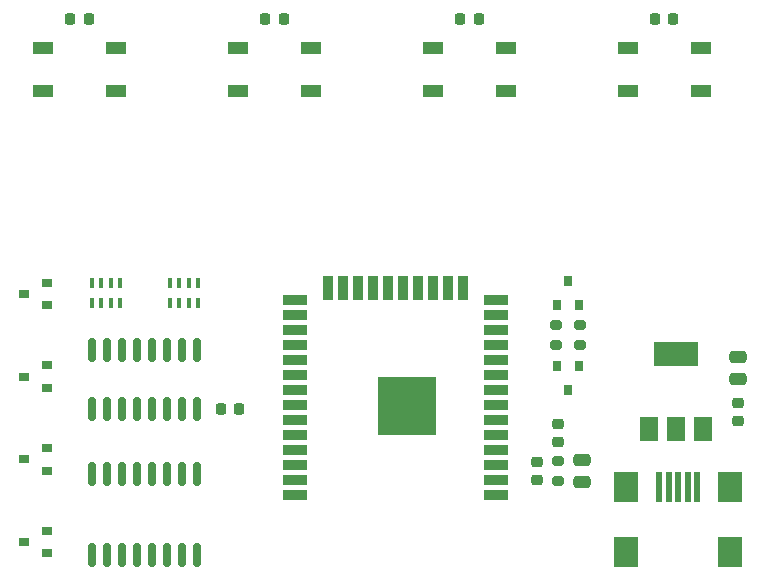
<source format=gtp>
G04 #@! TF.GenerationSoftware,KiCad,Pcbnew,6.0.1-79c1e3a40b~116~ubuntu21.04.1*
G04 #@! TF.CreationDate,2022-02-15T16:14:12-05:00*
G04 #@! TF.ProjectId,ttc_sign,7474635f-7369-4676-9e2e-6b696361645f,rev?*
G04 #@! TF.SameCoordinates,Original*
G04 #@! TF.FileFunction,Paste,Top*
G04 #@! TF.FilePolarity,Positive*
%FSLAX46Y46*%
G04 Gerber Fmt 4.6, Leading zero omitted, Abs format (unit mm)*
G04 Created by KiCad (PCBNEW 6.0.1-79c1e3a40b~116~ubuntu21.04.1) date 2022-02-15 16:14:12*
%MOMM*%
%LPD*%
G01*
G04 APERTURE LIST*
G04 Aperture macros list*
%AMRoundRect*
0 Rectangle with rounded corners*
0 $1 Rounding radius*
0 $2 $3 $4 $5 $6 $7 $8 $9 X,Y pos of 4 corners*
0 Add a 4 corners polygon primitive as box body*
4,1,4,$2,$3,$4,$5,$6,$7,$8,$9,$2,$3,0*
0 Add four circle primitives for the rounded corners*
1,1,$1+$1,$2,$3*
1,1,$1+$1,$4,$5*
1,1,$1+$1,$6,$7*
1,1,$1+$1,$8,$9*
0 Add four rect primitives between the rounded corners*
20,1,$1+$1,$2,$3,$4,$5,0*
20,1,$1+$1,$4,$5,$6,$7,0*
20,1,$1+$1,$6,$7,$8,$9,0*
20,1,$1+$1,$8,$9,$2,$3,0*%
G04 Aperture macros list end*
%ADD10RoundRect,0.150000X-0.150000X0.850000X-0.150000X-0.850000X0.150000X-0.850000X0.150000X0.850000X0*%
%ADD11R,0.800000X0.900000*%
%ADD12R,1.500000X2.000000*%
%ADD13R,3.800000X2.000000*%
%ADD14RoundRect,0.150000X-0.150000X0.837500X-0.150000X-0.837500X0.150000X-0.837500X0.150000X0.837500X0*%
%ADD15R,2.000000X0.900000*%
%ADD16R,0.900000X2.000000*%
%ADD17R,5.000000X5.000000*%
%ADD18R,1.800000X1.100000*%
%ADD19R,0.400000X0.900000*%
%ADD20RoundRect,0.200000X-0.275000X0.200000X-0.275000X-0.200000X0.275000X-0.200000X0.275000X0.200000X0*%
%ADD21RoundRect,0.200000X0.275000X-0.200000X0.275000X0.200000X-0.275000X0.200000X-0.275000X-0.200000X0*%
%ADD22R,0.900000X0.800000*%
%ADD23R,0.500000X2.500000*%
%ADD24R,2.000000X2.500000*%
%ADD25RoundRect,0.225000X-0.225000X-0.250000X0.225000X-0.250000X0.225000X0.250000X-0.225000X0.250000X0*%
%ADD26RoundRect,0.250000X0.475000X-0.250000X0.475000X0.250000X-0.475000X0.250000X-0.475000X-0.250000X0*%
%ADD27RoundRect,0.225000X0.250000X-0.225000X0.250000X0.225000X-0.250000X0.225000X-0.250000X-0.225000X0*%
%ADD28RoundRect,0.225000X-0.250000X0.225000X-0.250000X-0.225000X0.250000X-0.225000X0.250000X0.225000X0*%
G04 APERTURE END LIST*
D10*
G04 #@! TO.C,U3*
X73215000Y-107250000D03*
X71945000Y-107250000D03*
X70675000Y-107250000D03*
X69405000Y-107250000D03*
X68135000Y-107250000D03*
X66865000Y-107250000D03*
X65595000Y-107250000D03*
X64325000Y-107250000D03*
X64325000Y-102250000D03*
X65595000Y-102250000D03*
X66865000Y-102250000D03*
X68135000Y-102250000D03*
X69405000Y-102250000D03*
X70675000Y-102250000D03*
X71945000Y-102250000D03*
X73215000Y-102250000D03*
G04 #@! TD*
D11*
G04 #@! TO.C,Q6*
X104600000Y-96400000D03*
X105550000Y-98400000D03*
X103650000Y-98400000D03*
G04 #@! TD*
G04 #@! TO.C,Q5*
X104600000Y-105600000D03*
X103650000Y-103600000D03*
X105550000Y-103600000D03*
G04 #@! TD*
D12*
G04 #@! TO.C,U5*
X111450000Y-108900000D03*
X116050000Y-108900000D03*
X113750000Y-108900000D03*
D13*
X113750000Y-102600000D03*
G04 #@! TD*
D14*
G04 #@! TO.C,U2*
X73215000Y-119642500D03*
X71945000Y-119642500D03*
X70675000Y-119642500D03*
X69405000Y-119642500D03*
X68135000Y-119642500D03*
X66865000Y-119642500D03*
X65595000Y-119642500D03*
X64325000Y-119642500D03*
X64325000Y-112717500D03*
X65595000Y-112717500D03*
X66865000Y-112717500D03*
X68135000Y-112717500D03*
X69405000Y-112717500D03*
X70675000Y-112717500D03*
X71945000Y-112717500D03*
X73215000Y-112717500D03*
G04 #@! TD*
D15*
G04 #@! TO.C,U4*
X81500000Y-114505000D03*
X81500000Y-113235000D03*
X81500000Y-111965000D03*
X81500000Y-110695000D03*
X81500000Y-109425000D03*
X81500000Y-108155000D03*
X81500000Y-106885000D03*
X81500000Y-105615000D03*
X81500000Y-104345000D03*
X81500000Y-103075000D03*
X81500000Y-101805000D03*
X81500000Y-100535000D03*
X81500000Y-99265000D03*
X81500000Y-97995000D03*
D16*
X84285000Y-96995000D03*
X85555000Y-96995000D03*
X86825000Y-96995000D03*
X88095000Y-96995000D03*
X89365000Y-96995000D03*
X90635000Y-96995000D03*
X91905000Y-96995000D03*
X93175000Y-96995000D03*
X94445000Y-96995000D03*
X95715000Y-96995000D03*
D15*
X98500000Y-97995000D03*
X98500000Y-99265000D03*
X98500000Y-100535000D03*
X98500000Y-101805000D03*
X98500000Y-103075000D03*
X98500000Y-104345000D03*
X98500000Y-105615000D03*
X98500000Y-106885000D03*
X98500000Y-108155000D03*
X98500000Y-109425000D03*
X98500000Y-110695000D03*
X98500000Y-111965000D03*
X98500000Y-113235000D03*
X98500000Y-114505000D03*
D17*
X91000000Y-107005000D03*
G04 #@! TD*
D18*
G04 #@! TO.C,SW4*
X109650000Y-76650000D03*
X115850000Y-76650000D03*
X109650000Y-80350000D03*
X115850000Y-80350000D03*
G04 #@! TD*
G04 #@! TO.C,SW3*
X93150000Y-76650000D03*
X99350000Y-76650000D03*
X93150000Y-80350000D03*
X99350000Y-80350000D03*
G04 #@! TD*
G04 #@! TO.C,SW2*
X76650000Y-76650000D03*
X82850000Y-76650000D03*
X76650000Y-80350000D03*
X82850000Y-80350000D03*
G04 #@! TD*
G04 #@! TO.C,SW1*
X60150000Y-76650000D03*
X66350000Y-76650000D03*
X60150000Y-80350000D03*
X66350000Y-80350000D03*
G04 #@! TD*
D19*
G04 #@! TO.C,RN2*
X64268000Y-98234000D03*
X65068000Y-98234000D03*
X65868000Y-98234000D03*
X66668000Y-98234000D03*
X64268000Y-96534000D03*
X66668000Y-96534000D03*
X65068000Y-96534000D03*
X65868000Y-96534000D03*
G04 #@! TD*
G04 #@! TO.C,RN1*
X70872000Y-98234000D03*
X71672000Y-98234000D03*
X72472000Y-98234000D03*
X73272000Y-98234000D03*
X70872000Y-96534000D03*
X73272000Y-96534000D03*
X71672000Y-96534000D03*
X72472000Y-96534000D03*
G04 #@! TD*
D20*
G04 #@! TO.C,R3*
X103600000Y-101800000D03*
X103600000Y-100150000D03*
G04 #@! TD*
D21*
G04 #@! TO.C,R2*
X105600000Y-100150000D03*
X105600000Y-101800000D03*
G04 #@! TD*
D20*
G04 #@! TO.C,R1*
X103750000Y-113325000D03*
X103750000Y-111675000D03*
G04 #@! TD*
D22*
G04 #@! TO.C,Q4*
X58500000Y-118500000D03*
X60500000Y-117550000D03*
X60500000Y-119450000D03*
G04 #@! TD*
G04 #@! TO.C,Q3*
X58500000Y-111500000D03*
X60500000Y-110550000D03*
X60500000Y-112450000D03*
G04 #@! TD*
G04 #@! TO.C,Q2*
X58500000Y-104500000D03*
X60500000Y-103550000D03*
X60500000Y-105450000D03*
G04 #@! TD*
G04 #@! TO.C,Q1*
X58500000Y-97500000D03*
X60500000Y-96550000D03*
X60500000Y-98450000D03*
G04 #@! TD*
D23*
G04 #@! TO.C,J1*
X115516000Y-113862000D03*
X114716000Y-113862000D03*
X113916000Y-113862000D03*
X113116000Y-113862000D03*
X112316000Y-113862000D03*
D24*
X118316000Y-113862000D03*
X109516000Y-113862000D03*
X118316000Y-119362000D03*
X109516000Y-119362000D03*
G04 #@! TD*
D25*
G04 #@! TO.C,C3*
X76775000Y-107200000D03*
X75225000Y-107200000D03*
G04 #@! TD*
D26*
G04 #@! TO.C,C6*
X119000000Y-102800000D03*
X119000000Y-104700000D03*
G04 #@! TD*
D27*
G04 #@! TO.C,C5*
X119000000Y-106725000D03*
X119000000Y-108275000D03*
G04 #@! TD*
D25*
G04 #@! TO.C,C10*
X113525000Y-74250000D03*
X111975000Y-74250000D03*
G04 #@! TD*
G04 #@! TO.C,C9*
X97025000Y-74250000D03*
X95475000Y-74250000D03*
G04 #@! TD*
G04 #@! TO.C,C8*
X80525000Y-74250000D03*
X78975000Y-74250000D03*
G04 #@! TD*
D28*
G04 #@! TO.C,C2*
X102000000Y-113275000D03*
X102000000Y-111725000D03*
G04 #@! TD*
D26*
G04 #@! TO.C,C1*
X105750000Y-111550000D03*
X105750000Y-113450000D03*
G04 #@! TD*
D25*
G04 #@! TO.C,C7*
X64025000Y-74250000D03*
X62475000Y-74250000D03*
G04 #@! TD*
D28*
G04 #@! TO.C,C4*
X103750000Y-110050000D03*
X103750000Y-108500000D03*
G04 #@! TD*
M02*

</source>
